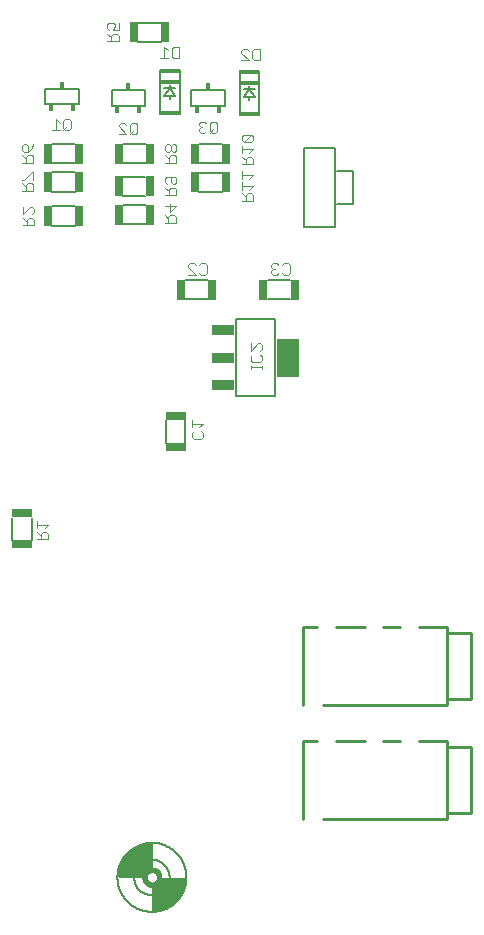
<source format=gbr>
G04 EAGLE Gerber RS-274X export*
G75*
%MOMM*%
%FSLAX34Y34*%
%LPD*%
%INSilkscreen Bottom*%
%IPPOS*%
%AMOC8*
5,1,8,0,0,1.08239X$1,22.5*%
G01*
%ADD10C,0.203200*%
%ADD11R,1.854200X3.200400*%
%ADD12R,1.854200X0.863600*%
%ADD13C,0.076200*%
%ADD14C,0.152400*%
%ADD15R,0.736600X1.752600*%
%ADD16R,1.752600X0.736600*%
%ADD17C,0.050800*%
%ADD18C,0.228600*%
%ADD19C,0.457200*%
%ADD20R,0.457200X0.584200*%
%ADD21C,0.127000*%
%ADD22R,1.800000X0.362500*%
%ADD23R,1.800000X0.362400*%
%ADD24C,0.254000*%


D10*
X379010Y557766D02*
X345990Y557766D01*
X345990Y492234D01*
X379010Y492234D01*
X379010Y557766D01*
D11*
X389805Y525000D03*
D12*
X335195Y525000D03*
X335195Y501886D03*
X335195Y548114D03*
D11*
X389805Y525000D03*
D12*
X335195Y525000D03*
X335195Y501886D03*
X335195Y548114D03*
D13*
X358466Y518261D02*
X358466Y515126D01*
X358466Y516694D02*
X367872Y516694D01*
X367872Y518261D02*
X367872Y515126D01*
X367872Y526066D02*
X366304Y527633D01*
X367872Y526066D02*
X367872Y522930D01*
X366304Y521363D01*
X360034Y521363D01*
X358466Y522930D01*
X358466Y526066D01*
X360034Y527633D01*
X358466Y530718D02*
X358466Y536989D01*
X358466Y530718D02*
X364737Y536989D01*
X366304Y536989D01*
X367872Y535421D01*
X367872Y532286D01*
X366304Y530718D01*
D14*
X322152Y574372D02*
X302975Y574372D01*
X302975Y590628D02*
X322152Y590628D01*
D15*
X325708Y582500D03*
X299292Y582500D03*
D13*
X315204Y603139D02*
X316771Y604707D01*
X319907Y604707D01*
X321474Y603139D01*
X321474Y596869D01*
X319907Y595301D01*
X316771Y595301D01*
X315204Y596869D01*
X312119Y595301D02*
X305848Y595301D01*
X312119Y595301D02*
X305848Y601572D01*
X305848Y603139D01*
X307416Y604707D01*
X310551Y604707D01*
X312119Y603139D01*
D14*
X372975Y574372D02*
X392152Y574372D01*
X392152Y590628D02*
X372975Y590628D01*
D15*
X395708Y582500D03*
X369292Y582500D03*
D13*
X385204Y603139D02*
X386771Y604707D01*
X389907Y604707D01*
X391474Y603139D01*
X391474Y596869D01*
X389907Y595301D01*
X386771Y595301D01*
X385204Y596869D01*
X382119Y603139D02*
X380551Y604707D01*
X377416Y604707D01*
X375848Y603139D01*
X375848Y601572D01*
X377416Y600004D01*
X378984Y600004D01*
X377416Y600004D02*
X375848Y598436D01*
X375848Y596869D01*
X377416Y595301D01*
X380551Y595301D01*
X382119Y596869D01*
D14*
X303128Y472152D02*
X303128Y452975D01*
X286872Y452975D02*
X286872Y472152D01*
D16*
X295000Y475708D03*
X295000Y449292D03*
D13*
X316639Y462797D02*
X318207Y461229D01*
X318207Y458093D01*
X316639Y456526D01*
X310369Y456526D01*
X308801Y458093D01*
X308801Y461229D01*
X310369Y462797D01*
X315072Y465881D02*
X318207Y469016D01*
X308801Y469016D01*
X308801Y465881D02*
X308801Y472152D01*
D14*
X156872Y389525D02*
X156872Y370348D01*
X173128Y370348D02*
X173128Y389525D01*
D16*
X165000Y366792D03*
X165000Y393208D03*
D13*
X177801Y371026D02*
X187207Y371026D01*
X187207Y375729D01*
X185639Y377297D01*
X182504Y377297D01*
X180936Y375729D01*
X180936Y371026D01*
X180936Y374161D02*
X177801Y377297D01*
X184072Y380381D02*
X187207Y383516D01*
X177801Y383516D01*
X177801Y380381D02*
X177801Y386652D01*
D17*
X275000Y58330D02*
X275000Y55790D01*
X275000Y111670D02*
X275000Y114210D01*
D18*
X273858Y113043D02*
X273862Y92405D01*
X273861Y92406D02*
X273682Y92376D01*
X273502Y92342D01*
X273324Y92303D01*
X273147Y92260D01*
X272971Y92213D01*
X272796Y92161D01*
X272622Y92106D01*
X272450Y92046D01*
X272279Y91982D01*
X272110Y91913D01*
X271943Y91841D01*
X271777Y91764D01*
X271613Y91684D01*
X271452Y91600D01*
X271292Y91511D01*
X271135Y91419D01*
X270980Y91323D01*
X270827Y91223D01*
X270677Y91120D01*
X270529Y91013D01*
X270384Y90902D01*
X270242Y90788D01*
X270102Y90671D01*
X269966Y90550D01*
X269832Y90426D01*
X269702Y90298D01*
X269574Y90168D01*
X269450Y90034D01*
X269329Y89898D01*
X269212Y89758D01*
X269098Y89616D01*
X268987Y89471D01*
X268880Y89323D01*
X268777Y89173D01*
X268677Y89020D01*
X268581Y88865D01*
X268489Y88708D01*
X268400Y88548D01*
X268316Y88387D01*
X268236Y88223D01*
X268159Y88057D01*
X268087Y87890D01*
X268018Y87721D01*
X267954Y87550D01*
X267894Y87378D01*
X267839Y87204D01*
X267787Y87029D01*
X267740Y86853D01*
X267697Y86676D01*
X267658Y86498D01*
X267624Y86318D01*
X267594Y86139D01*
X246957Y86142D01*
X246956Y86143D01*
X246993Y86827D01*
X247045Y87510D01*
X247115Y88192D01*
X247201Y88872D01*
X247304Y89549D01*
X247423Y90224D01*
X247559Y90896D01*
X247711Y91564D01*
X247880Y92228D01*
X248064Y92888D01*
X248265Y93543D01*
X248481Y94193D01*
X248714Y94838D01*
X248962Y95477D01*
X249225Y96109D01*
X249504Y96735D01*
X249798Y97354D01*
X250107Y97966D01*
X250431Y98570D01*
X250770Y99165D01*
X251123Y99753D01*
X251490Y100331D01*
X251872Y100901D01*
X252267Y101461D01*
X252675Y102011D01*
X253097Y102551D01*
X253532Y103080D01*
X253980Y103599D01*
X254440Y104106D01*
X254913Y104603D01*
X255397Y105087D01*
X255894Y105560D01*
X256401Y106020D01*
X256920Y106468D01*
X257449Y106903D01*
X257989Y107325D01*
X258539Y107733D01*
X259099Y108128D01*
X259669Y108510D01*
X260247Y108877D01*
X260835Y109230D01*
X261430Y109569D01*
X262034Y109893D01*
X262646Y110202D01*
X263265Y110496D01*
X263891Y110775D01*
X264523Y111038D01*
X265162Y111286D01*
X265807Y111519D01*
X266457Y111735D01*
X267112Y111936D01*
X267772Y112120D01*
X268436Y112289D01*
X269104Y112441D01*
X269776Y112577D01*
X270451Y112696D01*
X271128Y112799D01*
X271808Y112885D01*
X272490Y112955D01*
X273173Y113007D01*
X273857Y113044D01*
X273857Y110871D01*
X273229Y110835D01*
X272602Y110785D01*
X271976Y110719D01*
X271352Y110638D01*
X270730Y110541D01*
X270110Y110430D01*
X269494Y110304D01*
X268881Y110163D01*
X268271Y110006D01*
X267665Y109836D01*
X267064Y109650D01*
X266467Y109450D01*
X265875Y109235D01*
X265289Y109006D01*
X264709Y108763D01*
X264134Y108506D01*
X263566Y108235D01*
X263005Y107950D01*
X262451Y107652D01*
X261904Y107340D01*
X261365Y107016D01*
X260834Y106678D01*
X260311Y106327D01*
X259797Y105964D01*
X259292Y105588D01*
X258797Y105200D01*
X258311Y104801D01*
X257834Y104389D01*
X257368Y103966D01*
X256913Y103532D01*
X256468Y103087D01*
X256034Y102632D01*
X255611Y102166D01*
X255199Y101689D01*
X254800Y101203D01*
X254412Y100708D01*
X254036Y100203D01*
X253673Y99689D01*
X253322Y99166D01*
X252984Y98635D01*
X252660Y98096D01*
X252348Y97549D01*
X252050Y96995D01*
X251765Y96434D01*
X251494Y95866D01*
X251237Y95291D01*
X250994Y94711D01*
X250765Y94125D01*
X250550Y93533D01*
X250350Y92936D01*
X250164Y92335D01*
X249994Y91729D01*
X249837Y91119D01*
X249696Y90506D01*
X249570Y89890D01*
X249459Y89270D01*
X249362Y88648D01*
X249281Y88024D01*
X249215Y87398D01*
X249165Y86771D01*
X249129Y86143D01*
X251303Y86143D01*
X251337Y86715D01*
X251385Y87286D01*
X251448Y87856D01*
X251523Y88425D01*
X251613Y88991D01*
X251716Y89555D01*
X251833Y90117D01*
X251964Y90675D01*
X252108Y91230D01*
X252265Y91782D01*
X252435Y92329D01*
X252619Y92872D01*
X252816Y93411D01*
X253026Y93945D01*
X253248Y94473D01*
X253484Y94996D01*
X253732Y95513D01*
X253992Y96024D01*
X254264Y96529D01*
X254549Y97027D01*
X254846Y97517D01*
X255154Y98001D01*
X255474Y98477D01*
X255806Y98945D01*
X256148Y99404D01*
X256502Y99856D01*
X256866Y100299D01*
X257241Y100732D01*
X257627Y101157D01*
X258022Y101572D01*
X258428Y101978D01*
X258843Y102373D01*
X259268Y102759D01*
X259701Y103134D01*
X260144Y103498D01*
X260596Y103852D01*
X261055Y104194D01*
X261523Y104526D01*
X261999Y104846D01*
X262483Y105154D01*
X262973Y105451D01*
X263471Y105736D01*
X263976Y106008D01*
X264487Y106268D01*
X265004Y106516D01*
X265527Y106752D01*
X266055Y106974D01*
X266589Y107184D01*
X267128Y107381D01*
X267671Y107565D01*
X268218Y107735D01*
X268770Y107892D01*
X269325Y108036D01*
X269883Y108167D01*
X270445Y108284D01*
X271009Y108387D01*
X271575Y108477D01*
X272144Y108552D01*
X272714Y108615D01*
X273285Y108663D01*
X273857Y108697D01*
X273858Y106524D01*
X273332Y106489D01*
X272808Y106442D01*
X272286Y106382D01*
X271765Y106310D01*
X271245Y106224D01*
X270728Y106126D01*
X270214Y106016D01*
X269702Y105893D01*
X269194Y105757D01*
X268689Y105609D01*
X268188Y105449D01*
X267691Y105277D01*
X267198Y105092D01*
X266710Y104896D01*
X266227Y104688D01*
X265749Y104468D01*
X265276Y104236D01*
X264810Y103993D01*
X264349Y103738D01*
X263895Y103473D01*
X263447Y103196D01*
X263006Y102909D01*
X262573Y102611D01*
X262147Y102302D01*
X261728Y101983D01*
X261318Y101654D01*
X260915Y101315D01*
X260521Y100967D01*
X260136Y100608D01*
X259759Y100241D01*
X259392Y99864D01*
X259033Y99479D01*
X258685Y99085D01*
X258346Y98682D01*
X258017Y98272D01*
X257698Y97853D01*
X257389Y97427D01*
X257091Y96994D01*
X256804Y96553D01*
X256527Y96105D01*
X256262Y95651D01*
X256007Y95190D01*
X255764Y94724D01*
X255532Y94251D01*
X255312Y93773D01*
X255104Y93290D01*
X254908Y92802D01*
X254723Y92309D01*
X254551Y91812D01*
X254391Y91311D01*
X254243Y90806D01*
X254107Y90298D01*
X253984Y89786D01*
X253874Y89272D01*
X253776Y88755D01*
X253690Y88235D01*
X253618Y87714D01*
X253558Y87192D01*
X253511Y86668D01*
X253476Y86142D01*
X255651Y86142D01*
X255684Y86610D01*
X255729Y87078D01*
X255785Y87544D01*
X255852Y88008D01*
X255930Y88471D01*
X256020Y88932D01*
X256121Y89390D01*
X256233Y89846D01*
X256355Y90299D01*
X256489Y90749D01*
X256634Y91195D01*
X256789Y91638D01*
X256955Y92077D01*
X257132Y92512D01*
X257319Y92942D01*
X257516Y93368D01*
X257724Y93789D01*
X257942Y94205D01*
X258170Y94615D01*
X258408Y95020D01*
X258655Y95418D01*
X258912Y95811D01*
X259179Y96197D01*
X259454Y96577D01*
X259739Y96950D01*
X260033Y97316D01*
X260336Y97675D01*
X260647Y98026D01*
X260966Y98370D01*
X261294Y98706D01*
X261630Y99034D01*
X261974Y99353D01*
X262325Y99664D01*
X262684Y99967D01*
X263050Y100261D01*
X263423Y100546D01*
X263803Y100821D01*
X264189Y101088D01*
X264582Y101345D01*
X264980Y101592D01*
X265385Y101830D01*
X265795Y102058D01*
X266211Y102276D01*
X266632Y102484D01*
X267058Y102681D01*
X267488Y102868D01*
X267923Y103045D01*
X268362Y103211D01*
X268805Y103366D01*
X269251Y103511D01*
X269701Y103645D01*
X270154Y103767D01*
X270610Y103879D01*
X271068Y103980D01*
X271529Y104070D01*
X271992Y104148D01*
X272456Y104215D01*
X272922Y104271D01*
X273390Y104316D01*
X273858Y104349D01*
X273858Y102174D01*
X273440Y102141D01*
X273022Y102098D01*
X272606Y102045D01*
X272192Y101981D01*
X271779Y101908D01*
X271368Y101824D01*
X270959Y101731D01*
X270552Y101627D01*
X270148Y101514D01*
X269747Y101391D01*
X269349Y101258D01*
X268955Y101115D01*
X268564Y100963D01*
X268177Y100802D01*
X267794Y100631D01*
X267415Y100451D01*
X267041Y100261D01*
X266671Y100063D01*
X266306Y99855D01*
X265947Y99639D01*
X265593Y99414D01*
X265244Y99180D01*
X264902Y98938D01*
X264565Y98688D01*
X264235Y98430D01*
X263910Y98163D01*
X263593Y97889D01*
X263282Y97607D01*
X262978Y97318D01*
X262682Y97022D01*
X262393Y96718D01*
X262111Y96407D01*
X261837Y96090D01*
X261570Y95765D01*
X261312Y95435D01*
X261062Y95098D01*
X260820Y94756D01*
X260586Y94407D01*
X260361Y94053D01*
X260145Y93694D01*
X259937Y93329D01*
X259739Y92959D01*
X259549Y92585D01*
X259369Y92206D01*
X259198Y91823D01*
X259037Y91436D01*
X258885Y91045D01*
X258742Y90651D01*
X258609Y90253D01*
X258486Y89852D01*
X258373Y89448D01*
X258269Y89041D01*
X258176Y88632D01*
X258092Y88221D01*
X258019Y87808D01*
X257955Y87394D01*
X257902Y86978D01*
X257859Y86560D01*
X257826Y86142D01*
X260002Y86142D01*
X260035Y86508D01*
X260076Y86874D01*
X260127Y87238D01*
X260186Y87602D01*
X260254Y87963D01*
X260331Y88323D01*
X260416Y88681D01*
X260511Y89036D01*
X260614Y89390D01*
X260725Y89740D01*
X260846Y90088D01*
X260974Y90433D01*
X261111Y90774D01*
X261257Y91112D01*
X261410Y91446D01*
X261572Y91777D01*
X261742Y92103D01*
X261920Y92425D01*
X262105Y92743D01*
X262298Y93056D01*
X262499Y93364D01*
X262708Y93668D01*
X262923Y93966D01*
X263146Y94259D01*
X263376Y94546D01*
X263613Y94827D01*
X263857Y95103D01*
X264107Y95372D01*
X264364Y95636D01*
X264628Y95893D01*
X264897Y96143D01*
X265173Y96387D01*
X265454Y96624D01*
X265741Y96854D01*
X266034Y97077D01*
X266332Y97292D01*
X266636Y97501D01*
X266944Y97702D01*
X267257Y97895D01*
X267575Y98080D01*
X267897Y98258D01*
X268223Y98428D01*
X268554Y98590D01*
X268888Y98743D01*
X269226Y98889D01*
X269567Y99026D01*
X269912Y99154D01*
X270260Y99275D01*
X270610Y99386D01*
X270964Y99489D01*
X271319Y99584D01*
X271677Y99669D01*
X272037Y99746D01*
X272398Y99814D01*
X272762Y99873D01*
X273126Y99924D01*
X273492Y99965D01*
X273858Y99998D01*
X273859Y97819D01*
X273546Y97788D01*
X273233Y97748D01*
X272922Y97701D01*
X272613Y97647D01*
X272304Y97585D01*
X271998Y97515D01*
X271693Y97438D01*
X271390Y97353D01*
X271089Y97261D01*
X270790Y97162D01*
X270494Y97056D01*
X270201Y96942D01*
X269911Y96821D01*
X269623Y96693D01*
X269339Y96558D01*
X269058Y96416D01*
X268781Y96268D01*
X268508Y96112D01*
X268238Y95950D01*
X267972Y95782D01*
X267711Y95607D01*
X267454Y95426D01*
X267201Y95238D01*
X266953Y95044D01*
X266710Y94845D01*
X266472Y94639D01*
X266239Y94428D01*
X266011Y94211D01*
X265789Y93989D01*
X265572Y93761D01*
X265361Y93528D01*
X265155Y93290D01*
X264956Y93047D01*
X264762Y92799D01*
X264574Y92546D01*
X264393Y92289D01*
X264218Y92028D01*
X264050Y91762D01*
X263888Y91492D01*
X263732Y91219D01*
X263584Y90942D01*
X263442Y90661D01*
X263307Y90377D01*
X263179Y90089D01*
X263058Y89799D01*
X262944Y89506D01*
X262838Y89210D01*
X262739Y88911D01*
X262647Y88610D01*
X262562Y88307D01*
X262485Y88002D01*
X262415Y87696D01*
X262353Y87387D01*
X262299Y87078D01*
X262252Y86767D01*
X262212Y86454D01*
X262181Y86141D01*
X264362Y86141D01*
X264393Y86398D01*
X264430Y86655D01*
X264473Y86911D01*
X264522Y87165D01*
X264578Y87418D01*
X264640Y87670D01*
X264707Y87920D01*
X264781Y88169D01*
X264861Y88416D01*
X264947Y88660D01*
X265038Y88903D01*
X265136Y89143D01*
X265239Y89381D01*
X265348Y89616D01*
X265463Y89849D01*
X265583Y90078D01*
X265709Y90305D01*
X265840Y90529D01*
X265977Y90749D01*
X266119Y90966D01*
X266266Y91179D01*
X266418Y91389D01*
X266576Y91595D01*
X266738Y91798D01*
X266905Y91996D01*
X267077Y92190D01*
X267254Y92380D01*
X267435Y92565D01*
X267620Y92746D01*
X267810Y92923D01*
X268004Y93095D01*
X268202Y93262D01*
X268405Y93424D01*
X268611Y93582D01*
X268821Y93734D01*
X269034Y93881D01*
X269251Y94023D01*
X269471Y94160D01*
X269695Y94291D01*
X269922Y94417D01*
X270151Y94537D01*
X270384Y94652D01*
X270619Y94761D01*
X270857Y94864D01*
X271097Y94962D01*
X271340Y95053D01*
X271584Y95139D01*
X271831Y95219D01*
X272080Y95293D01*
X272330Y95360D01*
X272582Y95422D01*
X272835Y95478D01*
X273089Y95527D01*
X273345Y95570D01*
X273602Y95607D01*
X273859Y95638D01*
X273860Y93452D01*
X273657Y93422D01*
X273454Y93387D01*
X273252Y93347D01*
X273051Y93302D01*
X272852Y93253D01*
X272653Y93199D01*
X272456Y93140D01*
X272261Y93076D01*
X272067Y93008D01*
X271874Y92935D01*
X271684Y92857D01*
X271495Y92775D01*
X271309Y92688D01*
X271124Y92596D01*
X270942Y92501D01*
X270762Y92401D01*
X270585Y92296D01*
X270410Y92188D01*
X270238Y92075D01*
X270069Y91958D01*
X269903Y91837D01*
X269739Y91712D01*
X269579Y91583D01*
X269422Y91450D01*
X269268Y91314D01*
X269117Y91174D01*
X268970Y91030D01*
X268826Y90883D01*
X268686Y90732D01*
X268550Y90578D01*
X268417Y90421D01*
X268288Y90261D01*
X268163Y90097D01*
X268042Y89931D01*
X267925Y89762D01*
X267812Y89590D01*
X267704Y89415D01*
X267599Y89238D01*
X267499Y89058D01*
X267404Y88876D01*
X267312Y88691D01*
X267225Y88505D01*
X267143Y88316D01*
X267065Y88126D01*
X266992Y87933D01*
X266924Y87739D01*
X266860Y87544D01*
X266801Y87347D01*
X266747Y87148D01*
X266698Y86949D01*
X266653Y86748D01*
X266613Y86546D01*
X266578Y86343D01*
X266548Y86140D01*
X276142Y56957D02*
X276138Y77595D01*
X276139Y77594D02*
X276318Y77624D01*
X276498Y77658D01*
X276676Y77697D01*
X276853Y77740D01*
X277029Y77787D01*
X277204Y77839D01*
X277378Y77894D01*
X277550Y77954D01*
X277721Y78018D01*
X277890Y78087D01*
X278057Y78159D01*
X278223Y78236D01*
X278387Y78316D01*
X278548Y78400D01*
X278708Y78489D01*
X278865Y78581D01*
X279020Y78677D01*
X279173Y78777D01*
X279323Y78880D01*
X279471Y78987D01*
X279616Y79098D01*
X279758Y79212D01*
X279898Y79329D01*
X280034Y79450D01*
X280168Y79574D01*
X280298Y79702D01*
X280426Y79832D01*
X280550Y79966D01*
X280671Y80102D01*
X280788Y80242D01*
X280902Y80384D01*
X281013Y80529D01*
X281120Y80677D01*
X281223Y80827D01*
X281323Y80980D01*
X281419Y81135D01*
X281511Y81292D01*
X281600Y81452D01*
X281684Y81613D01*
X281764Y81777D01*
X281841Y81943D01*
X281913Y82110D01*
X281982Y82279D01*
X282046Y82450D01*
X282106Y82622D01*
X282161Y82796D01*
X282213Y82971D01*
X282260Y83147D01*
X282303Y83324D01*
X282342Y83502D01*
X282376Y83682D01*
X282406Y83861D01*
X303043Y83858D01*
X303044Y83857D01*
X303007Y83173D01*
X302955Y82490D01*
X302885Y81808D01*
X302799Y81128D01*
X302696Y80451D01*
X302577Y79776D01*
X302441Y79104D01*
X302289Y78436D01*
X302120Y77772D01*
X301936Y77112D01*
X301735Y76457D01*
X301519Y75807D01*
X301286Y75162D01*
X301038Y74523D01*
X300775Y73891D01*
X300496Y73265D01*
X300202Y72646D01*
X299893Y72034D01*
X299569Y71430D01*
X299230Y70835D01*
X298877Y70247D01*
X298510Y69669D01*
X298128Y69099D01*
X297733Y68539D01*
X297325Y67989D01*
X296903Y67449D01*
X296468Y66920D01*
X296020Y66401D01*
X295560Y65894D01*
X295087Y65397D01*
X294603Y64913D01*
X294106Y64440D01*
X293599Y63980D01*
X293080Y63532D01*
X292551Y63097D01*
X292011Y62675D01*
X291461Y62267D01*
X290901Y61872D01*
X290331Y61490D01*
X289753Y61123D01*
X289165Y60770D01*
X288570Y60431D01*
X287966Y60107D01*
X287354Y59798D01*
X286735Y59504D01*
X286109Y59225D01*
X285477Y58962D01*
X284838Y58714D01*
X284193Y58481D01*
X283543Y58265D01*
X282888Y58064D01*
X282228Y57880D01*
X281564Y57711D01*
X280896Y57559D01*
X280224Y57423D01*
X279549Y57304D01*
X278872Y57201D01*
X278192Y57115D01*
X277510Y57045D01*
X276827Y56993D01*
X276143Y56956D01*
X276143Y59129D01*
X276771Y59165D01*
X277398Y59215D01*
X278024Y59281D01*
X278648Y59362D01*
X279270Y59459D01*
X279890Y59570D01*
X280506Y59696D01*
X281119Y59837D01*
X281729Y59994D01*
X282335Y60164D01*
X282936Y60350D01*
X283533Y60550D01*
X284125Y60765D01*
X284711Y60994D01*
X285291Y61237D01*
X285866Y61494D01*
X286434Y61765D01*
X286995Y62050D01*
X287549Y62348D01*
X288096Y62660D01*
X288635Y62984D01*
X289166Y63322D01*
X289689Y63673D01*
X290203Y64036D01*
X290708Y64412D01*
X291203Y64800D01*
X291689Y65199D01*
X292166Y65611D01*
X292632Y66034D01*
X293087Y66468D01*
X293532Y66913D01*
X293966Y67368D01*
X294389Y67834D01*
X294801Y68311D01*
X295200Y68797D01*
X295588Y69292D01*
X295964Y69797D01*
X296327Y70311D01*
X296678Y70834D01*
X297016Y71365D01*
X297340Y71904D01*
X297652Y72451D01*
X297950Y73005D01*
X298235Y73566D01*
X298506Y74134D01*
X298763Y74709D01*
X299006Y75289D01*
X299235Y75875D01*
X299450Y76467D01*
X299650Y77064D01*
X299836Y77665D01*
X300006Y78271D01*
X300163Y78881D01*
X300304Y79494D01*
X300430Y80110D01*
X300541Y80730D01*
X300638Y81352D01*
X300719Y81976D01*
X300785Y82602D01*
X300835Y83229D01*
X300871Y83857D01*
X298697Y83857D01*
X298663Y83285D01*
X298615Y82714D01*
X298552Y82144D01*
X298477Y81575D01*
X298387Y81009D01*
X298284Y80445D01*
X298167Y79883D01*
X298036Y79325D01*
X297892Y78770D01*
X297735Y78218D01*
X297565Y77671D01*
X297381Y77128D01*
X297184Y76589D01*
X296974Y76055D01*
X296752Y75527D01*
X296516Y75004D01*
X296268Y74487D01*
X296008Y73976D01*
X295736Y73471D01*
X295451Y72973D01*
X295154Y72483D01*
X294846Y71999D01*
X294526Y71523D01*
X294194Y71055D01*
X293852Y70596D01*
X293498Y70144D01*
X293134Y69701D01*
X292759Y69268D01*
X292373Y68843D01*
X291978Y68428D01*
X291572Y68022D01*
X291157Y67627D01*
X290732Y67241D01*
X290299Y66866D01*
X289856Y66502D01*
X289404Y66148D01*
X288945Y65806D01*
X288477Y65474D01*
X288001Y65154D01*
X287517Y64846D01*
X287027Y64549D01*
X286529Y64264D01*
X286024Y63992D01*
X285513Y63732D01*
X284996Y63484D01*
X284473Y63248D01*
X283945Y63026D01*
X283411Y62816D01*
X282872Y62619D01*
X282329Y62435D01*
X281782Y62265D01*
X281230Y62108D01*
X280675Y61964D01*
X280117Y61833D01*
X279555Y61716D01*
X278991Y61613D01*
X278425Y61523D01*
X277856Y61448D01*
X277286Y61385D01*
X276715Y61337D01*
X276143Y61303D01*
X276142Y63476D01*
X276668Y63511D01*
X277192Y63558D01*
X277714Y63618D01*
X278235Y63690D01*
X278755Y63776D01*
X279272Y63874D01*
X279786Y63984D01*
X280298Y64107D01*
X280806Y64243D01*
X281311Y64391D01*
X281812Y64551D01*
X282309Y64723D01*
X282802Y64908D01*
X283290Y65104D01*
X283773Y65312D01*
X284251Y65532D01*
X284724Y65764D01*
X285190Y66007D01*
X285651Y66262D01*
X286105Y66527D01*
X286553Y66804D01*
X286994Y67091D01*
X287427Y67389D01*
X287853Y67698D01*
X288272Y68017D01*
X288682Y68346D01*
X289085Y68685D01*
X289479Y69033D01*
X289864Y69392D01*
X290241Y69759D01*
X290608Y70136D01*
X290967Y70521D01*
X291315Y70915D01*
X291654Y71318D01*
X291983Y71728D01*
X292302Y72147D01*
X292611Y72573D01*
X292909Y73006D01*
X293196Y73447D01*
X293473Y73895D01*
X293738Y74349D01*
X293993Y74810D01*
X294236Y75276D01*
X294468Y75749D01*
X294688Y76227D01*
X294896Y76710D01*
X295092Y77198D01*
X295277Y77691D01*
X295449Y78188D01*
X295609Y78689D01*
X295757Y79194D01*
X295893Y79702D01*
X296016Y80214D01*
X296126Y80728D01*
X296224Y81245D01*
X296310Y81765D01*
X296382Y82286D01*
X296442Y82808D01*
X296489Y83332D01*
X296524Y83858D01*
X294349Y83858D01*
X294316Y83390D01*
X294271Y82922D01*
X294215Y82456D01*
X294148Y81992D01*
X294070Y81529D01*
X293980Y81068D01*
X293879Y80610D01*
X293767Y80154D01*
X293645Y79701D01*
X293511Y79251D01*
X293366Y78805D01*
X293211Y78362D01*
X293045Y77923D01*
X292868Y77488D01*
X292681Y77058D01*
X292484Y76632D01*
X292276Y76211D01*
X292058Y75795D01*
X291830Y75385D01*
X291592Y74980D01*
X291345Y74582D01*
X291088Y74189D01*
X290821Y73803D01*
X290546Y73423D01*
X290261Y73050D01*
X289967Y72684D01*
X289664Y72325D01*
X289353Y71974D01*
X289034Y71630D01*
X288706Y71294D01*
X288370Y70966D01*
X288026Y70647D01*
X287675Y70336D01*
X287316Y70033D01*
X286950Y69739D01*
X286577Y69454D01*
X286197Y69179D01*
X285811Y68912D01*
X285418Y68655D01*
X285020Y68408D01*
X284615Y68170D01*
X284205Y67942D01*
X283789Y67724D01*
X283368Y67516D01*
X282942Y67319D01*
X282512Y67132D01*
X282077Y66955D01*
X281638Y66789D01*
X281195Y66634D01*
X280749Y66489D01*
X280299Y66355D01*
X279846Y66233D01*
X279390Y66121D01*
X278932Y66020D01*
X278471Y65930D01*
X278008Y65852D01*
X277544Y65785D01*
X277078Y65729D01*
X276610Y65684D01*
X276142Y65651D01*
X276142Y67826D01*
X276560Y67859D01*
X276978Y67902D01*
X277394Y67955D01*
X277808Y68019D01*
X278221Y68092D01*
X278632Y68176D01*
X279041Y68269D01*
X279448Y68373D01*
X279852Y68486D01*
X280253Y68609D01*
X280651Y68742D01*
X281045Y68885D01*
X281436Y69037D01*
X281823Y69198D01*
X282206Y69369D01*
X282585Y69549D01*
X282959Y69739D01*
X283329Y69937D01*
X283694Y70145D01*
X284053Y70361D01*
X284407Y70586D01*
X284756Y70820D01*
X285098Y71062D01*
X285435Y71312D01*
X285765Y71570D01*
X286090Y71837D01*
X286407Y72111D01*
X286718Y72393D01*
X287022Y72682D01*
X287318Y72978D01*
X287607Y73282D01*
X287889Y73593D01*
X288163Y73910D01*
X288430Y74235D01*
X288688Y74565D01*
X288938Y74902D01*
X289180Y75244D01*
X289414Y75593D01*
X289639Y75947D01*
X289855Y76306D01*
X290063Y76671D01*
X290261Y77041D01*
X290451Y77415D01*
X290631Y77794D01*
X290802Y78177D01*
X290963Y78564D01*
X291115Y78955D01*
X291258Y79349D01*
X291391Y79747D01*
X291514Y80148D01*
X291627Y80552D01*
X291731Y80959D01*
X291824Y81368D01*
X291908Y81779D01*
X291981Y82192D01*
X292045Y82606D01*
X292098Y83022D01*
X292141Y83440D01*
X292174Y83858D01*
X289998Y83858D01*
X289965Y83492D01*
X289924Y83126D01*
X289873Y82762D01*
X289814Y82398D01*
X289746Y82037D01*
X289669Y81677D01*
X289584Y81319D01*
X289489Y80964D01*
X289386Y80610D01*
X289275Y80260D01*
X289154Y79912D01*
X289026Y79567D01*
X288889Y79226D01*
X288743Y78888D01*
X288590Y78554D01*
X288428Y78223D01*
X288258Y77897D01*
X288080Y77575D01*
X287895Y77257D01*
X287702Y76944D01*
X287501Y76636D01*
X287292Y76332D01*
X287077Y76034D01*
X286854Y75741D01*
X286624Y75454D01*
X286387Y75173D01*
X286143Y74897D01*
X285893Y74628D01*
X285636Y74364D01*
X285372Y74107D01*
X285103Y73857D01*
X284827Y73613D01*
X284546Y73376D01*
X284259Y73146D01*
X283966Y72923D01*
X283668Y72708D01*
X283364Y72499D01*
X283056Y72298D01*
X282743Y72105D01*
X282425Y71920D01*
X282103Y71742D01*
X281777Y71572D01*
X281446Y71410D01*
X281112Y71257D01*
X280774Y71111D01*
X280433Y70974D01*
X280088Y70846D01*
X279740Y70725D01*
X279390Y70614D01*
X279036Y70511D01*
X278681Y70416D01*
X278323Y70331D01*
X277963Y70254D01*
X277602Y70186D01*
X277238Y70127D01*
X276874Y70076D01*
X276508Y70035D01*
X276142Y70002D01*
X276141Y72181D01*
X276454Y72212D01*
X276767Y72252D01*
X277078Y72299D01*
X277387Y72353D01*
X277696Y72415D01*
X278002Y72485D01*
X278307Y72562D01*
X278610Y72647D01*
X278911Y72739D01*
X279210Y72838D01*
X279506Y72944D01*
X279799Y73058D01*
X280089Y73179D01*
X280377Y73307D01*
X280661Y73442D01*
X280942Y73584D01*
X281219Y73732D01*
X281492Y73888D01*
X281762Y74050D01*
X282028Y74218D01*
X282289Y74393D01*
X282546Y74574D01*
X282799Y74762D01*
X283047Y74956D01*
X283290Y75155D01*
X283528Y75361D01*
X283761Y75572D01*
X283989Y75789D01*
X284211Y76011D01*
X284428Y76239D01*
X284639Y76472D01*
X284845Y76710D01*
X285044Y76953D01*
X285238Y77201D01*
X285426Y77454D01*
X285607Y77711D01*
X285782Y77972D01*
X285950Y78238D01*
X286112Y78508D01*
X286268Y78781D01*
X286416Y79058D01*
X286558Y79339D01*
X286693Y79623D01*
X286821Y79911D01*
X286942Y80201D01*
X287056Y80494D01*
X287162Y80790D01*
X287261Y81089D01*
X287353Y81390D01*
X287438Y81693D01*
X287515Y81998D01*
X287585Y82304D01*
X287647Y82613D01*
X287701Y82922D01*
X287748Y83233D01*
X287788Y83546D01*
X287819Y83859D01*
X285638Y83859D01*
X285607Y83602D01*
X285570Y83345D01*
X285527Y83089D01*
X285478Y82835D01*
X285422Y82582D01*
X285360Y82330D01*
X285293Y82080D01*
X285219Y81831D01*
X285139Y81584D01*
X285053Y81340D01*
X284962Y81097D01*
X284864Y80857D01*
X284761Y80619D01*
X284652Y80384D01*
X284537Y80151D01*
X284417Y79922D01*
X284291Y79695D01*
X284160Y79471D01*
X284023Y79251D01*
X283881Y79034D01*
X283734Y78821D01*
X283582Y78611D01*
X283424Y78405D01*
X283262Y78202D01*
X283095Y78004D01*
X282923Y77810D01*
X282746Y77620D01*
X282565Y77435D01*
X282380Y77254D01*
X282190Y77077D01*
X281996Y76905D01*
X281798Y76738D01*
X281595Y76576D01*
X281389Y76418D01*
X281179Y76266D01*
X280966Y76119D01*
X280749Y75977D01*
X280529Y75840D01*
X280305Y75709D01*
X280078Y75583D01*
X279849Y75463D01*
X279616Y75348D01*
X279381Y75239D01*
X279143Y75136D01*
X278903Y75038D01*
X278660Y74947D01*
X278416Y74861D01*
X278169Y74781D01*
X277920Y74707D01*
X277670Y74640D01*
X277418Y74578D01*
X277165Y74522D01*
X276911Y74473D01*
X276655Y74430D01*
X276398Y74393D01*
X276141Y74362D01*
X276140Y76548D01*
X276343Y76578D01*
X276546Y76613D01*
X276748Y76653D01*
X276949Y76698D01*
X277148Y76747D01*
X277347Y76801D01*
X277544Y76860D01*
X277739Y76924D01*
X277933Y76992D01*
X278126Y77065D01*
X278316Y77143D01*
X278505Y77225D01*
X278691Y77312D01*
X278876Y77404D01*
X279058Y77499D01*
X279238Y77599D01*
X279415Y77704D01*
X279590Y77812D01*
X279762Y77925D01*
X279931Y78042D01*
X280097Y78163D01*
X280261Y78288D01*
X280421Y78417D01*
X280578Y78550D01*
X280732Y78686D01*
X280883Y78826D01*
X281030Y78970D01*
X281174Y79117D01*
X281314Y79268D01*
X281450Y79422D01*
X281583Y79579D01*
X281712Y79739D01*
X281837Y79903D01*
X281958Y80069D01*
X282075Y80238D01*
X282188Y80410D01*
X282296Y80585D01*
X282401Y80762D01*
X282501Y80942D01*
X282596Y81124D01*
X282688Y81309D01*
X282775Y81495D01*
X282857Y81684D01*
X282935Y81874D01*
X283008Y82067D01*
X283076Y82261D01*
X283140Y82456D01*
X283199Y82653D01*
X283253Y82852D01*
X283302Y83051D01*
X283347Y83252D01*
X283387Y83454D01*
X283422Y83657D01*
X283452Y83860D01*
D19*
X268650Y85000D02*
X268652Y85159D01*
X268658Y85318D01*
X268668Y85476D01*
X268682Y85635D01*
X268700Y85793D01*
X268721Y85950D01*
X268747Y86107D01*
X268777Y86263D01*
X268810Y86419D01*
X268848Y86573D01*
X268889Y86727D01*
X268934Y86879D01*
X268983Y87030D01*
X269036Y87180D01*
X269092Y87329D01*
X269153Y87476D01*
X269216Y87621D01*
X269284Y87765D01*
X269355Y87908D01*
X269429Y88048D01*
X269507Y88186D01*
X269589Y88323D01*
X269674Y88457D01*
X269762Y88590D01*
X269853Y88720D01*
X269948Y88847D01*
X270046Y88972D01*
X270147Y89095D01*
X270251Y89215D01*
X270358Y89333D01*
X270468Y89448D01*
X270581Y89560D01*
X270696Y89669D01*
X270814Y89775D01*
X270935Y89879D01*
X271059Y89979D01*
X271184Y90076D01*
X271313Y90170D01*
X271443Y90260D01*
X271576Y90348D01*
X271711Y90432D01*
X271848Y90512D01*
X271987Y90590D01*
X272128Y90663D01*
X272270Y90733D01*
X272415Y90800D01*
X272561Y90863D01*
X272708Y90922D01*
X272857Y90978D01*
X273008Y91029D01*
X273159Y91077D01*
X273312Y91121D01*
X273466Y91162D01*
X273620Y91198D01*
X273776Y91231D01*
X273932Y91260D01*
X274089Y91284D01*
X274247Y91305D01*
X274405Y91322D01*
X274563Y91335D01*
X274722Y91344D01*
X274881Y91349D01*
X275040Y91350D01*
X275199Y91347D01*
X275357Y91340D01*
X275516Y91329D01*
X275674Y91314D01*
X275832Y91295D01*
X275989Y91272D01*
X276146Y91246D01*
X276302Y91215D01*
X276457Y91181D01*
X276611Y91142D01*
X276765Y91100D01*
X276917Y91054D01*
X277068Y91004D01*
X277217Y90950D01*
X277366Y90893D01*
X277512Y90832D01*
X277658Y90767D01*
X277801Y90699D01*
X277943Y90627D01*
X278083Y90551D01*
X278221Y90473D01*
X278357Y90390D01*
X278491Y90305D01*
X278622Y90216D01*
X278752Y90123D01*
X278879Y90028D01*
X279003Y89929D01*
X279126Y89827D01*
X279245Y89723D01*
X279362Y89615D01*
X279476Y89504D01*
X279587Y89391D01*
X279696Y89275D01*
X279801Y89156D01*
X279904Y89034D01*
X280003Y88910D01*
X280100Y88784D01*
X280193Y88655D01*
X280283Y88524D01*
X280369Y88390D01*
X280452Y88255D01*
X280532Y88117D01*
X280608Y87978D01*
X280681Y87837D01*
X280750Y87694D01*
X280816Y87549D01*
X280878Y87402D01*
X280936Y87255D01*
X280991Y87105D01*
X281042Y86955D01*
X281089Y86803D01*
X281132Y86650D01*
X281171Y86496D01*
X281207Y86341D01*
X281238Y86185D01*
X281266Y86029D01*
X281290Y85872D01*
X281310Y85714D01*
X281326Y85556D01*
X281338Y85397D01*
X281346Y85238D01*
X281350Y85079D01*
X281350Y84921D01*
X281346Y84762D01*
X281338Y84603D01*
X281326Y84444D01*
X281310Y84286D01*
X281290Y84128D01*
X281266Y83971D01*
X281238Y83815D01*
X281207Y83659D01*
X281171Y83504D01*
X281132Y83350D01*
X281089Y83197D01*
X281042Y83045D01*
X280991Y82895D01*
X280936Y82745D01*
X280878Y82598D01*
X280816Y82451D01*
X280750Y82306D01*
X280681Y82163D01*
X280608Y82022D01*
X280532Y81883D01*
X280452Y81745D01*
X280369Y81610D01*
X280283Y81476D01*
X280193Y81345D01*
X280100Y81216D01*
X280003Y81090D01*
X279904Y80966D01*
X279801Y80844D01*
X279696Y80725D01*
X279587Y80609D01*
X279476Y80496D01*
X279362Y80385D01*
X279245Y80277D01*
X279126Y80173D01*
X279003Y80071D01*
X278879Y79972D01*
X278752Y79877D01*
X278622Y79784D01*
X278491Y79695D01*
X278357Y79610D01*
X278221Y79527D01*
X278083Y79449D01*
X277943Y79373D01*
X277801Y79301D01*
X277658Y79233D01*
X277512Y79168D01*
X277366Y79107D01*
X277217Y79050D01*
X277068Y78996D01*
X276917Y78946D01*
X276765Y78900D01*
X276611Y78858D01*
X276457Y78819D01*
X276302Y78785D01*
X276146Y78754D01*
X275989Y78728D01*
X275832Y78705D01*
X275674Y78686D01*
X275516Y78671D01*
X275357Y78660D01*
X275199Y78653D01*
X275040Y78650D01*
X274881Y78651D01*
X274722Y78656D01*
X274563Y78665D01*
X274405Y78678D01*
X274247Y78695D01*
X274089Y78716D01*
X273932Y78740D01*
X273776Y78769D01*
X273620Y78802D01*
X273466Y78838D01*
X273312Y78879D01*
X273159Y78923D01*
X273008Y78971D01*
X272857Y79022D01*
X272708Y79078D01*
X272561Y79137D01*
X272415Y79200D01*
X272270Y79267D01*
X272128Y79337D01*
X271987Y79410D01*
X271848Y79488D01*
X271711Y79568D01*
X271576Y79652D01*
X271443Y79740D01*
X271313Y79830D01*
X271184Y79924D01*
X271059Y80021D01*
X270935Y80121D01*
X270814Y80225D01*
X270696Y80331D01*
X270581Y80440D01*
X270468Y80552D01*
X270358Y80667D01*
X270251Y80785D01*
X270147Y80905D01*
X270046Y81028D01*
X269948Y81153D01*
X269853Y81280D01*
X269762Y81410D01*
X269674Y81543D01*
X269589Y81677D01*
X269507Y81814D01*
X269429Y81952D01*
X269355Y82092D01*
X269284Y82235D01*
X269216Y82379D01*
X269153Y82524D01*
X269092Y82671D01*
X269036Y82820D01*
X268983Y82970D01*
X268934Y83121D01*
X268889Y83273D01*
X268848Y83427D01*
X268810Y83581D01*
X268777Y83737D01*
X268747Y83893D01*
X268721Y84050D01*
X268700Y84207D01*
X268682Y84365D01*
X268668Y84524D01*
X268658Y84682D01*
X268652Y84841D01*
X268650Y85000D01*
D14*
X245790Y85000D02*
X245799Y85717D01*
X245825Y86433D01*
X245869Y87149D01*
X245931Y87863D01*
X246010Y88576D01*
X246106Y89286D01*
X246220Y89994D01*
X246351Y90699D01*
X246500Y91400D01*
X246665Y92097D01*
X246848Y92791D01*
X247048Y93479D01*
X247264Y94163D01*
X247497Y94841D01*
X247747Y95513D01*
X248013Y96178D01*
X248296Y96837D01*
X248594Y97489D01*
X248909Y98133D01*
X249239Y98769D01*
X249585Y99398D01*
X249946Y100017D01*
X250322Y100627D01*
X250713Y101228D01*
X251118Y101819D01*
X251538Y102400D01*
X251972Y102971D01*
X252420Y103531D01*
X252882Y104079D01*
X253357Y104616D01*
X253845Y105141D01*
X254345Y105655D01*
X254859Y106155D01*
X255384Y106643D01*
X255921Y107118D01*
X256469Y107580D01*
X257029Y108028D01*
X257600Y108462D01*
X258181Y108882D01*
X258772Y109287D01*
X259373Y109678D01*
X259983Y110054D01*
X260602Y110415D01*
X261231Y110761D01*
X261867Y111091D01*
X262511Y111406D01*
X263163Y111704D01*
X263822Y111987D01*
X264487Y112253D01*
X265159Y112503D01*
X265837Y112736D01*
X266521Y112952D01*
X267209Y113152D01*
X267903Y113335D01*
X268600Y113500D01*
X269301Y113649D01*
X270006Y113780D01*
X270714Y113894D01*
X271424Y113990D01*
X272137Y114069D01*
X272851Y114131D01*
X273567Y114175D01*
X274283Y114201D01*
X275000Y114210D01*
X275717Y114201D01*
X276433Y114175D01*
X277149Y114131D01*
X277863Y114069D01*
X278576Y113990D01*
X279286Y113894D01*
X279994Y113780D01*
X280699Y113649D01*
X281400Y113500D01*
X282097Y113335D01*
X282791Y113152D01*
X283479Y112952D01*
X284163Y112736D01*
X284841Y112503D01*
X285513Y112253D01*
X286178Y111987D01*
X286837Y111704D01*
X287489Y111406D01*
X288133Y111091D01*
X288769Y110761D01*
X289398Y110415D01*
X290017Y110054D01*
X290627Y109678D01*
X291228Y109287D01*
X291819Y108882D01*
X292400Y108462D01*
X292971Y108028D01*
X293531Y107580D01*
X294079Y107118D01*
X294616Y106643D01*
X295141Y106155D01*
X295655Y105655D01*
X296155Y105141D01*
X296643Y104616D01*
X297118Y104079D01*
X297580Y103531D01*
X298028Y102971D01*
X298462Y102400D01*
X298882Y101819D01*
X299287Y101228D01*
X299678Y100627D01*
X300054Y100017D01*
X300415Y99398D01*
X300761Y98769D01*
X301091Y98133D01*
X301406Y97489D01*
X301704Y96837D01*
X301987Y96178D01*
X302253Y95513D01*
X302503Y94841D01*
X302736Y94163D01*
X302952Y93479D01*
X303152Y92791D01*
X303335Y92097D01*
X303500Y91400D01*
X303649Y90699D01*
X303780Y89994D01*
X303894Y89286D01*
X303990Y88576D01*
X304069Y87863D01*
X304131Y87149D01*
X304175Y86433D01*
X304201Y85717D01*
X304210Y85000D01*
X304201Y84283D01*
X304175Y83567D01*
X304131Y82851D01*
X304069Y82137D01*
X303990Y81424D01*
X303894Y80714D01*
X303780Y80006D01*
X303649Y79301D01*
X303500Y78600D01*
X303335Y77903D01*
X303152Y77209D01*
X302952Y76521D01*
X302736Y75837D01*
X302503Y75159D01*
X302253Y74487D01*
X301987Y73822D01*
X301704Y73163D01*
X301406Y72511D01*
X301091Y71867D01*
X300761Y71231D01*
X300415Y70602D01*
X300054Y69983D01*
X299678Y69373D01*
X299287Y68772D01*
X298882Y68181D01*
X298462Y67600D01*
X298028Y67029D01*
X297580Y66469D01*
X297118Y65921D01*
X296643Y65384D01*
X296155Y64859D01*
X295655Y64345D01*
X295141Y63845D01*
X294616Y63357D01*
X294079Y62882D01*
X293531Y62420D01*
X292971Y61972D01*
X292400Y61538D01*
X291819Y61118D01*
X291228Y60713D01*
X290627Y60322D01*
X290017Y59946D01*
X289398Y59585D01*
X288769Y59239D01*
X288133Y58909D01*
X287489Y58594D01*
X286837Y58296D01*
X286178Y58013D01*
X285513Y57747D01*
X284841Y57497D01*
X284163Y57264D01*
X283479Y57048D01*
X282791Y56848D01*
X282097Y56665D01*
X281400Y56500D01*
X280699Y56351D01*
X279994Y56220D01*
X279286Y56106D01*
X278576Y56010D01*
X277863Y55931D01*
X277149Y55869D01*
X276433Y55825D01*
X275717Y55799D01*
X275000Y55790D01*
X274283Y55799D01*
X273567Y55825D01*
X272851Y55869D01*
X272137Y55931D01*
X271424Y56010D01*
X270714Y56106D01*
X270006Y56220D01*
X269301Y56351D01*
X268600Y56500D01*
X267903Y56665D01*
X267209Y56848D01*
X266521Y57048D01*
X265837Y57264D01*
X265159Y57497D01*
X264487Y57747D01*
X263822Y58013D01*
X263163Y58296D01*
X262511Y58594D01*
X261867Y58909D01*
X261231Y59239D01*
X260602Y59585D01*
X259983Y59946D01*
X259373Y60322D01*
X258772Y60713D01*
X258181Y61118D01*
X257600Y61538D01*
X257029Y61972D01*
X256469Y62420D01*
X255921Y62882D01*
X255384Y63357D01*
X254859Y63845D01*
X254345Y64345D01*
X253845Y64859D01*
X253357Y65384D01*
X252882Y65921D01*
X252420Y66469D01*
X251972Y67029D01*
X251538Y67600D01*
X251118Y68181D01*
X250713Y68772D01*
X250322Y69373D01*
X249946Y69983D01*
X249585Y70602D01*
X249239Y71231D01*
X248909Y71867D01*
X248594Y72511D01*
X248296Y73163D01*
X248013Y73822D01*
X247747Y74487D01*
X247497Y75159D01*
X247264Y75837D01*
X247048Y76521D01*
X246848Y77209D01*
X246665Y77903D01*
X246500Y78600D01*
X246351Y79301D01*
X246220Y80006D01*
X246106Y80714D01*
X246010Y81424D01*
X245931Y82137D01*
X245869Y82851D01*
X245825Y83567D01*
X245799Y84283D01*
X245790Y85000D01*
D10*
X260000Y85000D02*
X260005Y85368D01*
X260018Y85736D01*
X260041Y86103D01*
X260072Y86470D01*
X260113Y86836D01*
X260162Y87201D01*
X260221Y87564D01*
X260288Y87926D01*
X260364Y88287D01*
X260450Y88645D01*
X260543Y89001D01*
X260646Y89354D01*
X260757Y89705D01*
X260877Y90053D01*
X261005Y90398D01*
X261142Y90740D01*
X261287Y91079D01*
X261440Y91413D01*
X261602Y91744D01*
X261771Y92071D01*
X261949Y92393D01*
X262134Y92712D01*
X262327Y93025D01*
X262528Y93334D01*
X262736Y93637D01*
X262952Y93935D01*
X263175Y94228D01*
X263405Y94516D01*
X263642Y94798D01*
X263886Y95073D01*
X264136Y95343D01*
X264393Y95607D01*
X264657Y95864D01*
X264927Y96114D01*
X265202Y96358D01*
X265484Y96595D01*
X265772Y96825D01*
X266065Y97048D01*
X266363Y97264D01*
X266666Y97472D01*
X266975Y97673D01*
X267288Y97866D01*
X267607Y98051D01*
X267929Y98229D01*
X268256Y98398D01*
X268587Y98560D01*
X268921Y98713D01*
X269260Y98858D01*
X269602Y98995D01*
X269947Y99123D01*
X270295Y99243D01*
X270646Y99354D01*
X270999Y99457D01*
X271355Y99550D01*
X271713Y99636D01*
X272074Y99712D01*
X272436Y99779D01*
X272799Y99838D01*
X273164Y99887D01*
X273530Y99928D01*
X273897Y99959D01*
X274264Y99982D01*
X274632Y99995D01*
X275000Y100000D01*
X275368Y99995D01*
X275736Y99982D01*
X276103Y99959D01*
X276470Y99928D01*
X276836Y99887D01*
X277201Y99838D01*
X277564Y99779D01*
X277926Y99712D01*
X278287Y99636D01*
X278645Y99550D01*
X279001Y99457D01*
X279354Y99354D01*
X279705Y99243D01*
X280053Y99123D01*
X280398Y98995D01*
X280740Y98858D01*
X281079Y98713D01*
X281413Y98560D01*
X281744Y98398D01*
X282071Y98229D01*
X282393Y98051D01*
X282712Y97866D01*
X283025Y97673D01*
X283334Y97472D01*
X283637Y97264D01*
X283935Y97048D01*
X284228Y96825D01*
X284516Y96595D01*
X284798Y96358D01*
X285073Y96114D01*
X285343Y95864D01*
X285607Y95607D01*
X285864Y95343D01*
X286114Y95073D01*
X286358Y94798D01*
X286595Y94516D01*
X286825Y94228D01*
X287048Y93935D01*
X287264Y93637D01*
X287472Y93334D01*
X287673Y93025D01*
X287866Y92712D01*
X288051Y92393D01*
X288229Y92071D01*
X288398Y91744D01*
X288560Y91413D01*
X288713Y91079D01*
X288858Y90740D01*
X288995Y90398D01*
X289123Y90053D01*
X289243Y89705D01*
X289354Y89354D01*
X289457Y89001D01*
X289550Y88645D01*
X289636Y88287D01*
X289712Y87926D01*
X289779Y87564D01*
X289838Y87201D01*
X289887Y86836D01*
X289928Y86470D01*
X289959Y86103D01*
X289982Y85736D01*
X289995Y85368D01*
X290000Y85000D01*
X289995Y84632D01*
X289982Y84264D01*
X289959Y83897D01*
X289928Y83530D01*
X289887Y83164D01*
X289838Y82799D01*
X289779Y82436D01*
X289712Y82074D01*
X289636Y81713D01*
X289550Y81355D01*
X289457Y80999D01*
X289354Y80646D01*
X289243Y80295D01*
X289123Y79947D01*
X288995Y79602D01*
X288858Y79260D01*
X288713Y78921D01*
X288560Y78587D01*
X288398Y78256D01*
X288229Y77929D01*
X288051Y77607D01*
X287866Y77288D01*
X287673Y76975D01*
X287472Y76666D01*
X287264Y76363D01*
X287048Y76065D01*
X286825Y75772D01*
X286595Y75484D01*
X286358Y75202D01*
X286114Y74927D01*
X285864Y74657D01*
X285607Y74393D01*
X285343Y74136D01*
X285073Y73886D01*
X284798Y73642D01*
X284516Y73405D01*
X284228Y73175D01*
X283935Y72952D01*
X283637Y72736D01*
X283334Y72528D01*
X283025Y72327D01*
X282712Y72134D01*
X282393Y71949D01*
X282071Y71771D01*
X281744Y71602D01*
X281413Y71440D01*
X281079Y71287D01*
X280740Y71142D01*
X280398Y71005D01*
X280053Y70877D01*
X279705Y70757D01*
X279354Y70646D01*
X279001Y70543D01*
X278645Y70450D01*
X278287Y70364D01*
X277926Y70288D01*
X277564Y70221D01*
X277201Y70162D01*
X276836Y70113D01*
X276470Y70072D01*
X276103Y70041D01*
X275736Y70018D01*
X275368Y70005D01*
X275000Y70000D01*
X274632Y70005D01*
X274264Y70018D01*
X273897Y70041D01*
X273530Y70072D01*
X273164Y70113D01*
X272799Y70162D01*
X272436Y70221D01*
X272074Y70288D01*
X271713Y70364D01*
X271355Y70450D01*
X270999Y70543D01*
X270646Y70646D01*
X270295Y70757D01*
X269947Y70877D01*
X269602Y71005D01*
X269260Y71142D01*
X268921Y71287D01*
X268587Y71440D01*
X268256Y71602D01*
X267929Y71771D01*
X267607Y71949D01*
X267288Y72134D01*
X266975Y72327D01*
X266666Y72528D01*
X266363Y72736D01*
X266065Y72952D01*
X265772Y73175D01*
X265484Y73405D01*
X265202Y73642D01*
X264927Y73886D01*
X264657Y74136D01*
X264393Y74393D01*
X264136Y74657D01*
X263886Y74927D01*
X263642Y75202D01*
X263405Y75484D01*
X263175Y75772D01*
X262952Y76065D01*
X262736Y76363D01*
X262528Y76666D01*
X262327Y76975D01*
X262134Y77288D01*
X261949Y77607D01*
X261771Y77929D01*
X261602Y78256D01*
X261440Y78587D01*
X261287Y78921D01*
X261142Y79260D01*
X261005Y79602D01*
X260877Y79947D01*
X260757Y80295D01*
X260646Y80646D01*
X260543Y80999D01*
X260450Y81355D01*
X260364Y81713D01*
X260288Y82074D01*
X260221Y82436D01*
X260162Y82799D01*
X260113Y83164D01*
X260072Y83530D01*
X260041Y83897D01*
X260018Y84264D01*
X260005Y84632D01*
X260000Y85000D01*
D14*
X209652Y636872D02*
X190475Y636872D01*
X190475Y653128D02*
X209652Y653128D01*
D15*
X213208Y645000D03*
X186792Y645000D03*
D13*
X175207Y637026D02*
X165801Y637026D01*
X175207Y637026D02*
X175207Y641729D01*
X173639Y643297D01*
X170504Y643297D01*
X168936Y641729D01*
X168936Y637026D01*
X168936Y640161D02*
X165801Y643297D01*
X165801Y646381D02*
X165801Y652652D01*
X165801Y646381D02*
X172072Y652652D01*
X173639Y652652D01*
X175207Y651084D01*
X175207Y647949D01*
X173639Y646381D01*
D14*
X250475Y638056D02*
X269652Y638056D01*
X269652Y654312D02*
X250475Y654312D01*
D15*
X273208Y646184D03*
X246792Y646184D03*
D13*
X285801Y639210D02*
X295207Y639210D01*
X295207Y643913D01*
X293639Y645480D01*
X290504Y645480D01*
X288936Y643913D01*
X288936Y639210D01*
X288936Y642345D02*
X285801Y645480D01*
X285801Y653268D02*
X295207Y653268D01*
X290504Y648565D01*
X290504Y654836D01*
D14*
X282525Y808628D02*
X263348Y808628D01*
X263348Y792372D02*
X282525Y792372D01*
D15*
X259792Y800500D03*
X286208Y800500D03*
D13*
X246707Y793026D02*
X237301Y793026D01*
X246707Y793026D02*
X246707Y797729D01*
X245139Y799297D01*
X242004Y799297D01*
X240436Y797729D01*
X240436Y793026D01*
X240436Y796161D02*
X237301Y799297D01*
X246707Y802381D02*
X246707Y808652D01*
X246707Y802381D02*
X242004Y802381D01*
X243572Y805516D01*
X243572Y807084D01*
X242004Y808652D01*
X238869Y808652D01*
X237301Y807084D01*
X237301Y803949D01*
X238869Y802381D01*
D14*
X184460Y752788D02*
X184460Y739580D01*
X212908Y739580D01*
X212908Y752788D01*
X184460Y752788D01*
D20*
X198684Y756217D03*
X189286Y736151D03*
X208082Y736151D03*
D13*
X206353Y725453D02*
X206353Y719182D01*
X206353Y725453D02*
X204785Y727021D01*
X201650Y727021D01*
X200082Y725453D01*
X200082Y719182D01*
X201650Y717615D01*
X204785Y717615D01*
X206353Y719182D01*
X203217Y720750D02*
X200082Y717615D01*
X196998Y723886D02*
X193862Y727021D01*
X193862Y717615D01*
X190727Y717615D02*
X196998Y717615D01*
D14*
X190475Y689372D02*
X209652Y689372D01*
X209652Y705628D02*
X190475Y705628D01*
D15*
X213208Y697500D03*
X186792Y697500D03*
D13*
X174707Y690026D02*
X165301Y690026D01*
X174707Y690026D02*
X174707Y694729D01*
X173139Y696297D01*
X170004Y696297D01*
X168436Y694729D01*
X168436Y690026D01*
X168436Y693161D02*
X165301Y696297D01*
X173139Y702516D02*
X174707Y705652D01*
X173139Y702516D02*
X170004Y699381D01*
X166869Y699381D01*
X165301Y700949D01*
X165301Y704084D01*
X166869Y705652D01*
X168436Y705652D01*
X170004Y704084D01*
X170004Y699381D01*
D14*
X190348Y681812D02*
X209525Y681812D01*
X209525Y665556D02*
X190348Y665556D01*
D15*
X186792Y673684D03*
X213208Y673684D03*
D13*
X174707Y666210D02*
X165301Y666210D01*
X174707Y666210D02*
X174707Y670913D01*
X173139Y672480D01*
X170004Y672480D01*
X168436Y670913D01*
X168436Y666210D01*
X168436Y669345D02*
X165301Y672480D01*
X174707Y675565D02*
X174707Y681835D01*
X173139Y681835D01*
X166869Y675565D01*
X165301Y675565D01*
D14*
X240776Y738396D02*
X240776Y751604D01*
X240776Y738396D02*
X269224Y738396D01*
X269224Y751604D01*
X240776Y751604D01*
D20*
X255000Y755033D03*
X245602Y734967D03*
X264398Y734967D03*
D13*
X262669Y722269D02*
X262669Y715999D01*
X262669Y722269D02*
X261101Y723837D01*
X257966Y723837D01*
X256398Y722269D01*
X256398Y715999D01*
X257966Y714431D01*
X261101Y714431D01*
X262669Y715999D01*
X259534Y717566D02*
X256398Y714431D01*
X253314Y714431D02*
X247043Y714431D01*
X253314Y714431D02*
X247043Y720702D01*
X247043Y722269D01*
X248611Y723837D01*
X251746Y723837D01*
X253314Y722269D01*
D14*
X250475Y689372D02*
X269652Y689372D01*
X269652Y705628D02*
X250475Y705628D01*
D15*
X273208Y697500D03*
X246792Y697500D03*
D13*
X286301Y690026D02*
X295707Y690026D01*
X295707Y694729D01*
X294139Y696297D01*
X291004Y696297D01*
X289436Y694729D01*
X289436Y690026D01*
X289436Y693161D02*
X286301Y696297D01*
X294139Y699381D02*
X295707Y700949D01*
X295707Y704084D01*
X294139Y705652D01*
X292572Y705652D01*
X291004Y704084D01*
X289436Y705652D01*
X287869Y705652D01*
X286301Y704084D01*
X286301Y700949D01*
X287869Y699381D01*
X289436Y699381D01*
X291004Y700949D01*
X292572Y699381D01*
X294139Y699381D01*
X291004Y700949D02*
X291004Y704084D01*
D14*
X269525Y678260D02*
X250348Y678260D01*
X250348Y662004D02*
X269525Y662004D01*
D15*
X246792Y670132D03*
X273208Y670132D03*
D13*
X286301Y662658D02*
X295707Y662658D01*
X295707Y667361D01*
X294139Y668929D01*
X291004Y668929D01*
X289436Y667361D01*
X289436Y662658D01*
X289436Y665794D02*
X286301Y668929D01*
X287869Y672013D02*
X286301Y673581D01*
X286301Y676716D01*
X287869Y678284D01*
X294139Y678284D01*
X295707Y676716D01*
X295707Y673581D01*
X294139Y672013D01*
X292572Y672013D01*
X291004Y673581D01*
X291004Y678284D01*
D14*
X308276Y738396D02*
X308276Y751604D01*
X308276Y738396D02*
X336724Y738396D01*
X336724Y751604D01*
X308276Y751604D01*
D20*
X322500Y755033D03*
X313102Y734967D03*
X331898Y734967D03*
D13*
X330169Y723269D02*
X330169Y716999D01*
X330169Y723269D02*
X328601Y724837D01*
X325466Y724837D01*
X323898Y723269D01*
X323898Y716999D01*
X325466Y715431D01*
X328601Y715431D01*
X330169Y716999D01*
X327034Y718566D02*
X323898Y715431D01*
X320814Y723269D02*
X319246Y724837D01*
X316111Y724837D01*
X314543Y723269D01*
X314543Y721702D01*
X316111Y720134D01*
X317678Y720134D01*
X316111Y720134D02*
X314543Y718566D01*
X314543Y716999D01*
X316111Y715431D01*
X319246Y715431D01*
X320814Y716999D01*
D14*
X314975Y689372D02*
X334152Y689372D01*
X334152Y705628D02*
X314975Y705628D01*
D15*
X337708Y697500D03*
X311292Y697500D03*
D13*
X351301Y688848D02*
X360707Y688848D01*
X360707Y693551D01*
X359139Y695119D01*
X356004Y695119D01*
X354436Y693551D01*
X354436Y688848D01*
X354436Y691984D02*
X351301Y695119D01*
X357572Y698203D02*
X360707Y701339D01*
X351301Y701339D01*
X351301Y704474D02*
X351301Y698203D01*
X352869Y707559D02*
X359139Y707559D01*
X360707Y709126D01*
X360707Y712262D01*
X359139Y713829D01*
X352869Y713829D01*
X351301Y712262D01*
X351301Y709126D01*
X352869Y707559D01*
X359139Y713829D01*
D14*
X334025Y681628D02*
X314848Y681628D01*
X314848Y665372D02*
X334025Y665372D01*
D15*
X311292Y673500D03*
X337708Y673500D03*
D13*
X351301Y657848D02*
X360707Y657848D01*
X360707Y662551D01*
X359139Y664119D01*
X356004Y664119D01*
X354436Y662551D01*
X354436Y657848D01*
X354436Y660984D02*
X351301Y664119D01*
X357572Y667203D02*
X360707Y670339D01*
X351301Y670339D01*
X351301Y673474D02*
X351301Y667203D01*
X357572Y676559D02*
X360707Y679694D01*
X351301Y679694D01*
X351301Y676559D02*
X351301Y682829D01*
D21*
X281650Y731275D02*
X281650Y768725D01*
X298350Y768725D02*
X298350Y731275D01*
X294763Y746825D02*
X290000Y753175D01*
X290000Y746825D02*
X294763Y746825D01*
X290000Y746825D02*
X285237Y746825D01*
X290000Y753175D01*
X294763Y753175D01*
X290000Y753175D02*
X285237Y753175D01*
X290000Y746825D02*
X290000Y744387D01*
X290000Y753175D02*
X290000Y755613D01*
D22*
X290000Y767688D03*
X290000Y732313D03*
D23*
X290000Y758437D03*
D13*
X297849Y778791D02*
X297849Y788197D01*
X297849Y778791D02*
X293146Y778791D01*
X291579Y780359D01*
X291579Y786629D01*
X293146Y788197D01*
X297849Y788197D01*
X288494Y785062D02*
X285359Y788197D01*
X285359Y778791D01*
X288494Y778791D02*
X282224Y778791D01*
D21*
X349150Y767674D02*
X349150Y730224D01*
X365850Y730224D02*
X365850Y767674D01*
X357500Y752124D02*
X362263Y745774D01*
X357500Y745774D01*
X352737Y745774D01*
X357500Y752124D01*
X362263Y752124D01*
X357500Y752124D02*
X352737Y752124D01*
X357500Y745774D02*
X357500Y743336D01*
X357500Y752124D02*
X357500Y754562D01*
D22*
X357500Y766636D03*
X357500Y731261D03*
D23*
X357500Y757386D03*
D13*
X366349Y776740D02*
X366349Y786146D01*
X366349Y776740D02*
X361646Y776740D01*
X360079Y778307D01*
X360079Y784578D01*
X361646Y786146D01*
X366349Y786146D01*
X356994Y776740D02*
X350724Y776740D01*
X356994Y776740D02*
X350724Y783010D01*
X350724Y784578D01*
X352291Y786146D01*
X355427Y786146D01*
X356994Y784578D01*
D24*
X420000Y230949D02*
X520000Y230949D01*
X403000Y230949D02*
X403000Y296949D01*
X415000Y296949D01*
X520000Y296949D02*
X525000Y296949D01*
X525000Y291949D01*
X525000Y235949D01*
X525000Y230949D01*
X520000Y230949D01*
X525000Y291949D02*
X545000Y291949D01*
X545000Y235949D01*
X525000Y235949D01*
X455000Y296949D02*
X431000Y296949D01*
X471000Y296949D02*
X485000Y296949D01*
X501000Y296949D02*
X520000Y296949D01*
X520000Y134500D02*
X420000Y134500D01*
X403000Y134500D02*
X403000Y200500D01*
X415000Y200500D01*
X520000Y200500D02*
X525000Y200500D01*
X525000Y195500D01*
X525000Y139500D01*
X525000Y134500D01*
X520000Y134500D01*
X525000Y195500D02*
X545000Y195500D01*
X545000Y139500D01*
X525000Y139500D01*
X455000Y200500D02*
X431000Y200500D01*
X471000Y200500D02*
X485000Y200500D01*
X501000Y200500D02*
X520000Y200500D01*
D10*
X430000Y702500D02*
X404000Y702500D01*
X430000Y702500D02*
X430000Y635500D01*
X404000Y635500D01*
X404000Y702500D01*
D21*
X432000Y655000D02*
X445000Y655000D01*
X445000Y683000D01*
X432000Y683000D01*
M02*

</source>
